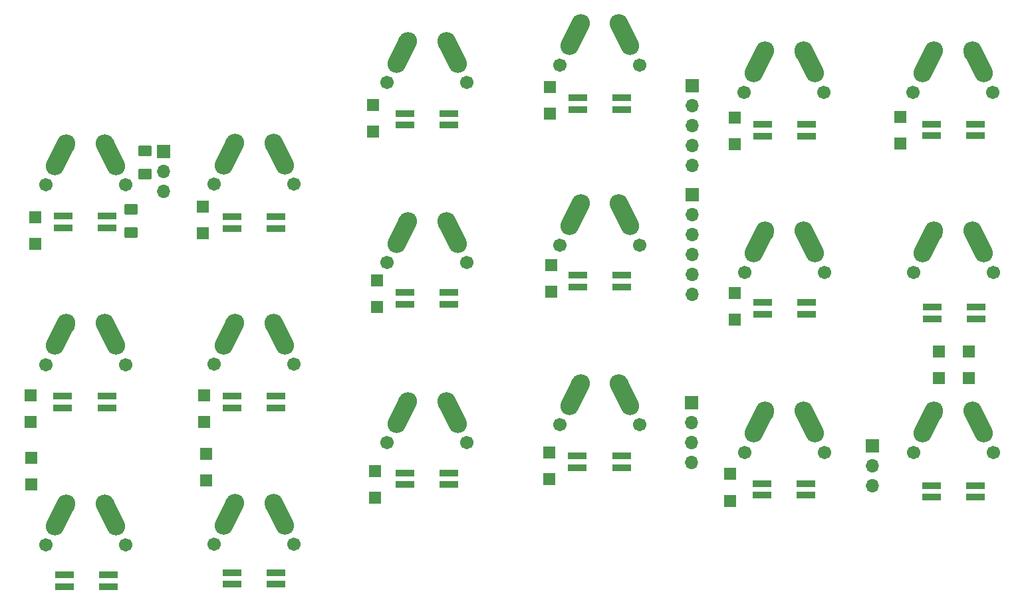
<source format=gbr>
G04 #@! TF.GenerationSoftware,KiCad,Pcbnew,(6.0.0)*
G04 #@! TF.CreationDate,2022-01-24T15:56:27+01:00*
G04 #@! TF.ProjectId,flex,666c6578-2e6b-4696-9361-645f70636258,rev?*
G04 #@! TF.SameCoordinates,Original*
G04 #@! TF.FileFunction,Soldermask,Top*
G04 #@! TF.FilePolarity,Negative*
%FSLAX46Y46*%
G04 Gerber Fmt 4.6, Leading zero omitted, Abs format (unit mm)*
G04 Created by KiCad (PCBNEW (6.0.0)) date 2022-01-24 15:56:27*
%MOMM*%
%LPD*%
G01*
G04 APERTURE LIST*
G04 Aperture macros list*
%AMRoundRect*
0 Rectangle with rounded corners*
0 $1 Rounding radius*
0 $2 $3 $4 $5 $6 $7 $8 $9 X,Y pos of 4 corners*
0 Add a 4 corners polygon primitive as box body*
4,1,4,$2,$3,$4,$5,$6,$7,$8,$9,$2,$3,0*
0 Add four circle primitives for the rounded corners*
1,1,$1+$1,$2,$3*
1,1,$1+$1,$4,$5*
1,1,$1+$1,$6,$7*
1,1,$1+$1,$8,$9*
0 Add four rect primitives between the rounded corners*
20,1,$1+$1,$2,$3,$4,$5,0*
20,1,$1+$1,$4,$5,$6,$7,0*
20,1,$1+$1,$6,$7,$8,$9,0*
20,1,$1+$1,$8,$9,$2,$3,0*%
%AMHorizOval*
0 Thick line with rounded ends*
0 $1 width*
0 $2 $3 position (X,Y) of the first rounded end (center of the circle)*
0 $4 $5 position (X,Y) of the second rounded end (center of the circle)*
0 Add line between two ends*
20,1,$1,$2,$3,$4,$5,0*
0 Add two circle primitives to create the rounded ends*
1,1,$1,$2,$3*
1,1,$1,$4,$5*%
G04 Aperture macros list end*
%ADD10R,1.524000X1.524000*%
%ADD11R,2.400000X0.820000*%
%ADD12R,1.700000X1.700000*%
%ADD13O,1.700000X1.700000*%
%ADD14RoundRect,0.250001X-0.624999X0.462499X-0.624999X-0.462499X0.624999X-0.462499X0.624999X0.462499X0*%
%ADD15C,1.701800*%
%ADD16HorizOval,2.350000X-0.713917X1.431895X0.713917X-1.431895X0*%
%ADD17C,2.350000*%
%ADD18HorizOval,2.350000X0.713917X1.431895X-0.713917X-1.431895X0*%
G04 APERTURE END LIST*
D10*
X37325200Y-86864400D03*
X37325200Y-83464400D03*
D11*
X157055999Y-73067998D03*
X151455999Y-73067998D03*
X151455999Y-71567998D03*
X157055999Y-71567998D03*
D10*
X125825200Y-119564400D03*
X125825200Y-116164400D03*
X102875200Y-70214400D03*
X102875200Y-66814400D03*
D11*
X46640000Y-130480000D03*
X41040000Y-130480000D03*
X41040000Y-128980000D03*
X46640000Y-128980000D03*
D12*
X53670000Y-75100000D03*
D13*
X53670000Y-77640000D03*
X53670000Y-80180000D03*
D11*
X90006000Y-94517999D03*
X84406000Y-94517999D03*
X84406000Y-93017999D03*
X90006000Y-93017999D03*
D10*
X59084000Y-117006000D03*
X59084000Y-113606000D03*
X80875200Y-94864400D03*
X80875200Y-91464400D03*
D14*
X51350000Y-74982500D03*
X51350000Y-77957500D03*
D10*
X103071482Y-92945200D03*
X103071482Y-89545200D03*
X36725200Y-109514400D03*
X36725200Y-106114400D03*
D11*
X135556000Y-95818000D03*
X129956000Y-95818000D03*
X129956000Y-94318000D03*
X135556000Y-94318000D03*
X67965999Y-107747999D03*
X62365999Y-107747999D03*
X62365999Y-106247999D03*
X67965999Y-106247999D03*
D12*
X120960800Y-66719199D03*
D13*
X120960800Y-69259199D03*
X120960800Y-71799199D03*
X120960800Y-74339199D03*
X120960800Y-76879199D03*
D11*
X111981000Y-115367999D03*
X106381000Y-115367999D03*
X106381000Y-113867999D03*
X111981000Y-113867999D03*
D12*
X120960800Y-80536799D03*
D13*
X120960800Y-83076799D03*
X120960800Y-85616799D03*
X120960800Y-88156799D03*
X120960800Y-90696799D03*
X120960800Y-93236799D03*
D12*
X143955200Y-112534400D03*
D13*
X143955200Y-115074400D03*
X143955200Y-117614400D03*
D11*
X112056000Y-69717999D03*
X106456000Y-69717999D03*
X106456000Y-68217999D03*
X112056000Y-68217999D03*
D10*
X80375200Y-72564400D03*
X80375200Y-69164400D03*
D14*
X49510000Y-82412500D03*
X49510000Y-85387500D03*
D10*
X126375200Y-96514400D03*
X126375200Y-93114400D03*
X58675200Y-85514400D03*
X58675200Y-82114400D03*
D11*
X46450000Y-107760000D03*
X40850000Y-107760000D03*
X40850000Y-106260000D03*
X46450000Y-106260000D03*
D10*
X80575200Y-119214400D03*
X80575200Y-115814400D03*
D11*
X90006000Y-117517999D03*
X84406000Y-117517999D03*
X84406000Y-116017999D03*
X90006000Y-116017999D03*
D10*
X126375200Y-74114400D03*
X126375200Y-70714400D03*
D12*
X120900000Y-107100000D03*
D13*
X120900000Y-109640000D03*
X120900000Y-112180000D03*
X120900000Y-114720000D03*
D10*
X102775200Y-116814400D03*
X102775200Y-113414400D03*
D11*
X157055999Y-119117998D03*
X151455999Y-119117998D03*
X151455999Y-117617998D03*
X157055999Y-117617998D03*
X157155999Y-96417998D03*
X151555999Y-96417998D03*
X151555999Y-94917998D03*
X157155999Y-94917998D03*
D10*
X36825200Y-117464400D03*
X36825200Y-114064400D03*
D11*
X112056000Y-92317999D03*
X106456000Y-92317999D03*
X106456000Y-90817999D03*
X112056000Y-90817999D03*
X67965999Y-84857999D03*
X62365999Y-84857999D03*
X62365999Y-83357999D03*
X67965999Y-83357999D03*
D10*
X156175200Y-103964400D03*
X156175200Y-100564400D03*
X58889893Y-109514400D03*
X58889893Y-106114400D03*
D11*
X46500000Y-84760000D03*
X40900000Y-84760000D03*
X40900000Y-83260000D03*
X46500000Y-83260000D03*
X135456000Y-118868000D03*
X129856000Y-118868000D03*
X129856000Y-117368000D03*
X135456000Y-117368000D03*
D10*
X147525200Y-74064400D03*
X147525200Y-70664400D03*
X152425200Y-103964400D03*
X152425200Y-100564400D03*
D11*
X67965200Y-130204400D03*
X62365200Y-130204400D03*
X62365200Y-128704400D03*
X67965200Y-128704400D03*
X90006000Y-71717999D03*
X84406000Y-71717999D03*
X84406000Y-70217999D03*
X90006000Y-70217999D03*
X135556000Y-73118000D03*
X129956000Y-73118000D03*
X129956000Y-71618000D03*
X135556000Y-71618000D03*
D15*
X92333400Y-112153200D03*
X82173400Y-112153200D03*
D16*
X90416413Y-108315545D03*
D17*
X89793400Y-107073200D03*
D18*
X84090387Y-108315545D03*
D17*
X84713400Y-107073200D03*
D15*
X60161599Y-102196400D03*
X70321599Y-102196400D03*
D17*
X67781599Y-97116400D03*
D16*
X68404612Y-98358745D03*
D17*
X62701599Y-97116400D03*
D18*
X62078586Y-98358745D03*
D15*
X104144400Y-86981800D03*
X114304400Y-86981800D03*
D16*
X112387413Y-83144145D03*
D17*
X111764400Y-81901800D03*
X106684400Y-81901800D03*
D18*
X106061387Y-83144145D03*
D15*
X137826400Y-90442800D03*
X127666400Y-90442800D03*
D16*
X135909413Y-86605145D03*
D17*
X135286400Y-85362800D03*
X130206400Y-85362800D03*
D18*
X129583387Y-86605145D03*
D15*
X82173400Y-89191600D03*
X92333400Y-89191600D03*
D17*
X89793400Y-84111600D03*
D16*
X90416413Y-85353945D03*
D17*
X84713400Y-84111600D03*
D18*
X84090387Y-85353945D03*
D15*
X104144400Y-109892600D03*
X114304400Y-109892600D03*
D16*
X112387413Y-106054945D03*
D17*
X111764400Y-104812600D03*
D18*
X106061387Y-106054945D03*
D17*
X106684400Y-104812600D03*
D15*
X114304400Y-64020200D03*
X104144400Y-64020200D03*
D16*
X112387413Y-60182545D03*
D17*
X111764400Y-58940200D03*
X106684400Y-58940200D03*
D18*
X106061387Y-60182545D03*
D15*
X149129399Y-67506598D03*
X159289399Y-67506598D03*
D17*
X156749399Y-62426598D03*
D16*
X157372412Y-63668943D03*
D18*
X151046386Y-63668943D03*
D17*
X151669399Y-62426598D03*
D15*
X60161599Y-125132600D03*
X70321599Y-125132600D03*
D17*
X67781599Y-120052600D03*
D16*
X68404612Y-121294945D03*
D17*
X62701599Y-120052600D03*
D18*
X62078586Y-121294945D03*
D15*
X82173400Y-66255400D03*
X92333400Y-66255400D03*
D17*
X89793400Y-61175400D03*
D16*
X90416413Y-62417745D03*
D18*
X84090387Y-62417745D03*
D17*
X84713400Y-61175400D03*
D15*
X159314799Y-90442798D03*
X149154799Y-90442798D03*
D17*
X156774799Y-85362798D03*
D16*
X157397812Y-86605143D03*
D17*
X151694799Y-85362798D03*
D18*
X151071786Y-86605143D03*
D15*
X149154799Y-113404398D03*
X159314799Y-113404398D03*
D16*
X157397812Y-109566743D03*
D17*
X156774799Y-108324398D03*
X151694799Y-108324398D03*
D18*
X151071786Y-109566743D03*
D15*
X137801000Y-67506600D03*
X127641000Y-67506600D03*
D17*
X135261000Y-62426600D03*
D16*
X135884013Y-63668945D03*
D18*
X129557987Y-63668945D03*
D17*
X130181000Y-62426600D03*
D15*
X38657200Y-79292201D03*
X48817200Y-79292201D03*
D17*
X46277200Y-74212201D03*
D16*
X46900213Y-75454546D03*
D18*
X40574187Y-75454546D03*
D17*
X41197200Y-74212201D03*
D15*
X137826400Y-113404400D03*
X127666400Y-113404400D03*
D16*
X135909413Y-109566745D03*
D17*
X135286400Y-108324400D03*
D18*
X129583387Y-109566745D03*
D17*
X130206400Y-108324400D03*
D15*
X70321599Y-79234800D03*
X60161599Y-79234800D03*
D17*
X67781599Y-74154800D03*
D16*
X68404612Y-75397145D03*
D18*
X62078586Y-75397145D03*
D17*
X62701599Y-74154800D03*
D15*
X38657200Y-102228401D03*
X48817200Y-102228401D03*
D17*
X46277200Y-97148401D03*
D16*
X46900213Y-98390746D03*
D18*
X40574187Y-98390746D03*
D17*
X41197200Y-97148401D03*
D15*
X38657200Y-125190001D03*
X48817200Y-125190001D03*
D16*
X46900213Y-121352346D03*
D17*
X46277200Y-120110001D03*
D18*
X40574187Y-121352346D03*
D17*
X41197200Y-120110001D03*
M02*

</source>
